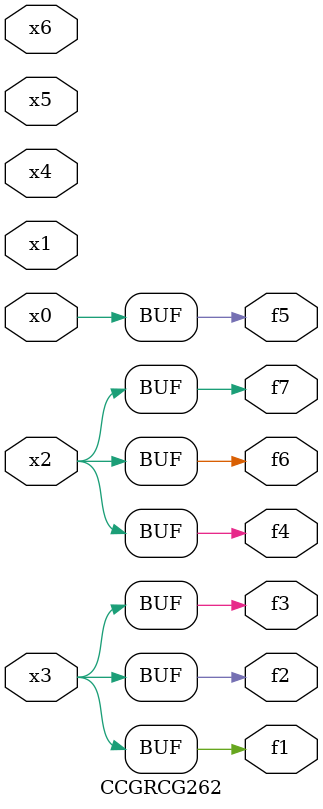
<source format=v>
module CCGRCG262(
	input x0, x1, x2, x3, x4, x5, x6,
	output f1, f2, f3, f4, f5, f6, f7
);
	assign f1 = x3;
	assign f2 = x3;
	assign f3 = x3;
	assign f4 = x2;
	assign f5 = x0;
	assign f6 = x2;
	assign f7 = x2;
endmodule

</source>
